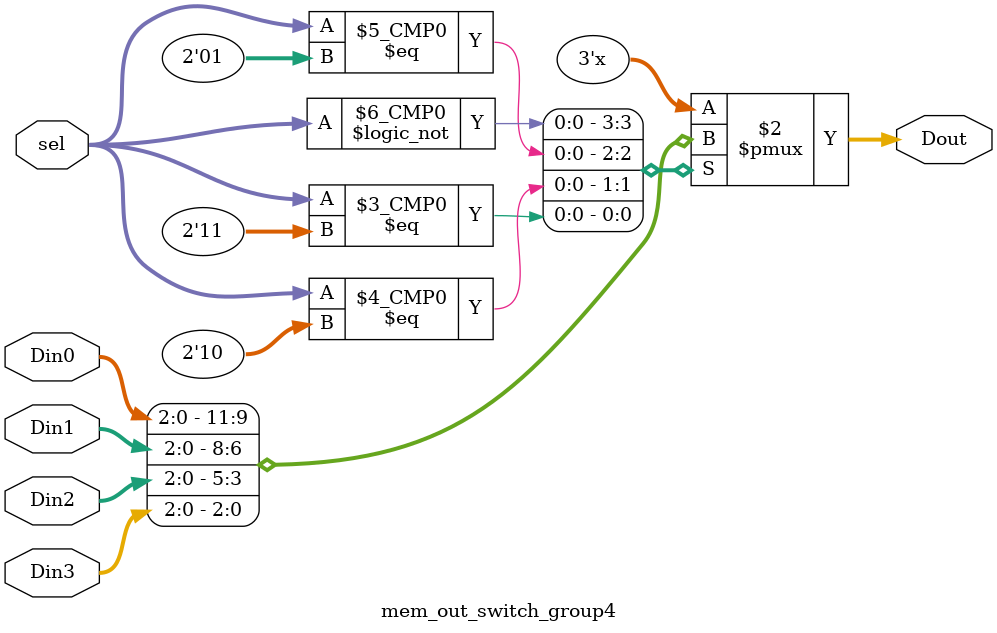
<source format=v>
`define XILINX_LUTRAM_TECH

`ifdef BEYOND_TECH_SPEC
module mem_out_switch #(
	parameter SHARED_BANK_NUM = 4, // the number of requestors in one sharing group 
	parameter BITWIDTH = 3
) (
	output reg [BITWIDTH-1:0] Dout,

	input wire [BITWIDTH-1:0] Din0,
	input wire [BITWIDTH-1:0] Din1,
	input wire [BITWIDTH-1:0] Din2,
	input wire [BITWIDTH-1:0] Din3,
	input wire [$clog2(SHARED_BANK_NUM)-1:0] sel
);

always @(*) begin
	case(sel)
		0: Dout[BITWIDTH-1:0] = Din0[BITWIDTH-1:0];
		1: Dout[BITWIDTH-1:0] = Din1[BITWIDTH-1:0];
		2: Dout[BITWIDTH-1:0] = Din2[BITWIDTH-1:0];
		3: Dout[BITWIDTH-1:0] = Din3[BITWIDTH-1:0];
		default: Dout[BITWIDTH-1:0] = Din0[BITWIDTH-1:0];
	endcase
end
endmodule
`elsif XILINX_LUTRAM_TECH
module mem_out_switch #(
	parameter SHARED_BANK_NUM = 2, // the number of requestors in one sharing group 
	parameter BITWIDTH = 3
) (
	output reg [BITWIDTH-1:0] Dout,

	input wire [BITWIDTH-1:0] Din0,
	input wire [BITWIDTH-1:0] Din1,
	input wire [$clog2(SHARED_BANK_NUM)-1:0] sel
);

always @(*) begin
	case(sel)
		0: Dout[BITWIDTH-1:0] = Din0[BITWIDTH-1:0];
		1: Dout[BITWIDTH-1:0] = Din1[BITWIDTH-1:0];
		default: Dout[BITWIDTH-1:0] = Din0[BITWIDTH-1:0];
	endcase
end
endmodule

module mem_out_switch_group4 #(
	parameter SHARED_BANK_NUM = 4, // the number of requestors in one sharing group 
	parameter BITWIDTH = 3
) (
	output reg [BITWIDTH-1:0] Dout,

	input wire [BITWIDTH-1:0] Din0,
	input wire [BITWIDTH-1:0] Din1,
	input wire [BITWIDTH-1:0] Din2,
	input wire [BITWIDTH-1:0] Din3,
	input wire [$clog2(SHARED_BANK_NUM)-1:0] sel
);

always @(*) begin
	case(sel)
		0: Dout[BITWIDTH-1:0] = Din0[BITWIDTH-1:0];
		1: Dout[BITWIDTH-1:0] = Din1[BITWIDTH-1:0];
		2: Dout[BITWIDTH-1:0] = Din2[BITWIDTH-1:0];
		3: Dout[BITWIDTH-1:0] = Din3[BITWIDTH-1:0];
		default: Dout[BITWIDTH-1:0] = Din0[BITWIDTH-1:0];
	endcase
end
endmodule
`else
module mem_out_switch #(
	parameter SHARED_BANK_NUM = 4, // the number of requestors in one sharing group 
	parameter BITWIDTH = 3
) (
	output reg [BITWIDTH-1:0] Dout,

	input wire [BITWIDTH-1:0] Din0,
	input wire [BITWIDTH-1:0] Din1,
	input wire [BITWIDTH-1:0] Din2,
	input wire [BITWIDTH-1:0] Din3,
	input wire [$clog2(SHARED_BANK_NUM)-1:0] sel
);

always @(*) begin
	case(sel)
		0: Dout[BITWIDTH-1:0] = Din0[BITWIDTH-1:0];
		1: Dout[BITWIDTH-1:0] = Din1[BITWIDTH-1:0];
		2: Dout[BITWIDTH-1:0] = Din2[BITWIDTH-1:0];
		3: Dout[BITWIDTH-1:0] = Din3[BITWIDTH-1:0];
		default: Dout[BITWIDTH-1:0] = Din0[BITWIDTH-1:0];
	endcase
end
endmodule
`endif

</source>
